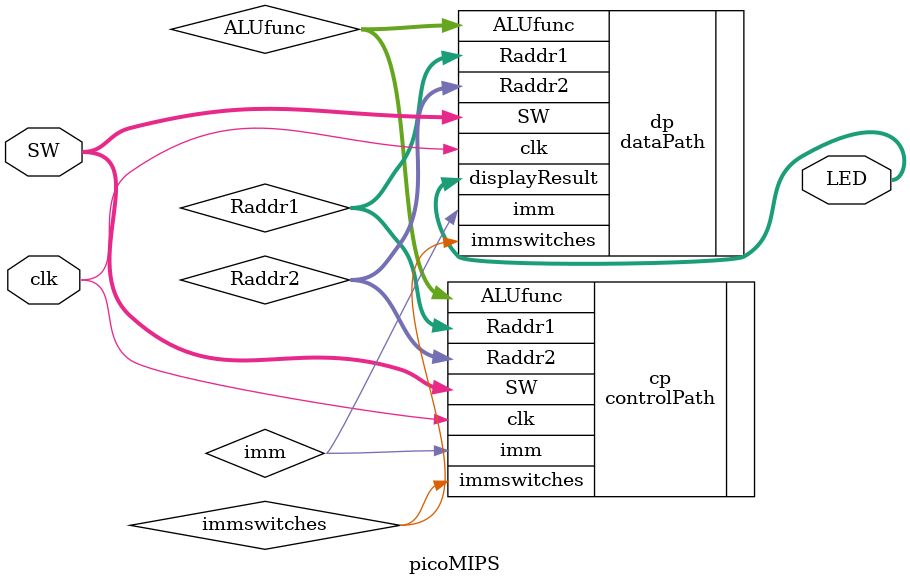
<source format=sv>
`include "alucodes.sv"
`include "opcodes.sv"
module picoMIPS(
	output wire [7:0] LED,
	// Board inputs
	input wire [9:0] SW,

	// Clock
	input wire clk
);

	
	parameter n = 8;
	parameter A_SIZE = 2;
	parameter O_SIZE = 6;
	parameter P_SIZE = 4;
	parameter R_SIZE = 2;


	// Control lines
	wire [1:0] ALUfunc;
	wire imm;
	wire immswitches;

	// Operands
	wire [(R_SIZE-1):0] Raddr1;
	wire [(n-1):0] Raddr2;


	// Control path instance
	controlPath
		#(
			.n(n),
			.A_SIZE(A_SIZE),
			.O_SIZE(O_SIZE),
			.P_SIZE(P_SIZE),
			.R_SIZE(R_SIZE)
		) cp
		(
			.SW(SW),

			// Outputs
			// Control
			.ALUfunc(ALUfunc),
			.imm(imm),
			.immswitches(immswitches),
			//Data
			.Raddr1(Raddr1),
			.Raddr2(Raddr2),

			// Clock
			.clk(clk)
		);


	// Data path instance
	dataPath
		#(
			.n(n),
			.A_SIZE(A_SIZE),
			.R_SIZE(R_SIZE)
		) dp
		(
			// Demo
			.displayResult(LED[7:0]),
			.SW(SW),

			// Inputs
			// Control
			.ALUfunc(ALUfunc),
			.imm(imm),
			.immswitches(immswitches),
			// Data
			.Raddr1(Raddr1),
			.Raddr2(Raddr2),

			// Clock
			.clk(clk)
		);

endmodule
</source>
